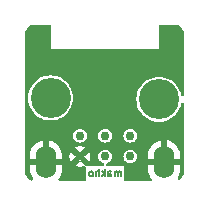
<source format=gbl>
G04 #@! TF.GenerationSoftware,KiCad,Pcbnew,7.0.7*
G04 #@! TF.CreationDate,2023-12-22T11:29:53-08:00*
G04 #@! TF.ProjectId,Micro_AGB_Dongle,4d696372-6f5f-4414-9742-5f446f6e676c,rev?*
G04 #@! TF.SameCoordinates,Original*
G04 #@! TF.FileFunction,Copper,L2,Bot*
G04 #@! TF.FilePolarity,Positive*
%FSLAX46Y46*%
G04 Gerber Fmt 4.6, Leading zero omitted, Abs format (unit mm)*
G04 Created by KiCad (PCBNEW 7.0.7) date 2023-12-22 11:29:53*
%MOMM*%
%LPD*%
G01*
G04 APERTURE LIST*
%ADD10C,0.150000*%
G04 #@! TA.AperFunction,NonConductor*
%ADD11C,0.150000*%
G04 #@! TD*
G04 #@! TA.AperFunction,ComponentPad*
%ADD12C,0.750000*%
G04 #@! TD*
G04 #@! TA.AperFunction,ComponentPad*
%ADD13O,1.750000X2.750000*%
G04 #@! TD*
G04 #@! TA.AperFunction,ViaPad*
%ADD14C,3.400000*%
G04 #@! TD*
G04 APERTURE END LIST*
D10*
D11*
X233614284Y-131569771D02*
X233614284Y-131169771D01*
X233614284Y-131226914D02*
X233585713Y-131198342D01*
X233585713Y-131198342D02*
X233528570Y-131169771D01*
X233528570Y-131169771D02*
X233442856Y-131169771D01*
X233442856Y-131169771D02*
X233385713Y-131198342D01*
X233385713Y-131198342D02*
X233357142Y-131255485D01*
X233357142Y-131255485D02*
X233357142Y-131569771D01*
X233357142Y-131255485D02*
X233328570Y-131198342D01*
X233328570Y-131198342D02*
X233271427Y-131169771D01*
X233271427Y-131169771D02*
X233185713Y-131169771D01*
X233185713Y-131169771D02*
X233128570Y-131198342D01*
X233128570Y-131198342D02*
X233099999Y-131255485D01*
X233099999Y-131255485D02*
X233099999Y-131569771D01*
X232557142Y-131569771D02*
X232557142Y-131255485D01*
X232557142Y-131255485D02*
X232585713Y-131198342D01*
X232585713Y-131198342D02*
X232642856Y-131169771D01*
X232642856Y-131169771D02*
X232757142Y-131169771D01*
X232757142Y-131169771D02*
X232814284Y-131198342D01*
X232557142Y-131541200D02*
X232614284Y-131569771D01*
X232614284Y-131569771D02*
X232757142Y-131569771D01*
X232757142Y-131569771D02*
X232814284Y-131541200D01*
X232814284Y-131541200D02*
X232842856Y-131484057D01*
X232842856Y-131484057D02*
X232842856Y-131426914D01*
X232842856Y-131426914D02*
X232814284Y-131369771D01*
X232814284Y-131369771D02*
X232757142Y-131341200D01*
X232757142Y-131341200D02*
X232614284Y-131341200D01*
X232614284Y-131341200D02*
X232557142Y-131312628D01*
X232271427Y-131569771D02*
X232271427Y-130969771D01*
X232214285Y-131341200D02*
X232042856Y-131569771D01*
X232042856Y-131169771D02*
X232271427Y-131398342D01*
X231785713Y-131569771D02*
X231785713Y-130969771D01*
X231528571Y-131569771D02*
X231528571Y-131255485D01*
X231528571Y-131255485D02*
X231557142Y-131198342D01*
X231557142Y-131198342D02*
X231614285Y-131169771D01*
X231614285Y-131169771D02*
X231699999Y-131169771D01*
X231699999Y-131169771D02*
X231757142Y-131198342D01*
X231757142Y-131198342D02*
X231785713Y-131226914D01*
X231157142Y-131569771D02*
X231214285Y-131541200D01*
X231214285Y-131541200D02*
X231242856Y-131512628D01*
X231242856Y-131512628D02*
X231271428Y-131455485D01*
X231271428Y-131455485D02*
X231271428Y-131284057D01*
X231271428Y-131284057D02*
X231242856Y-131226914D01*
X231242856Y-131226914D02*
X231214285Y-131198342D01*
X231214285Y-131198342D02*
X231157142Y-131169771D01*
X231157142Y-131169771D02*
X231071428Y-131169771D01*
X231071428Y-131169771D02*
X231014285Y-131198342D01*
X231014285Y-131198342D02*
X230985714Y-131226914D01*
X230985714Y-131226914D02*
X230957142Y-131284057D01*
X230957142Y-131284057D02*
X230957142Y-131455485D01*
X230957142Y-131455485D02*
X230985714Y-131512628D01*
X230985714Y-131512628D02*
X231014285Y-131541200D01*
X231014285Y-131541200D02*
X231071428Y-131569771D01*
X231071428Y-131569771D02*
X231157142Y-131569771D01*
D12*
X234425000Y-128150000D03*
X234425000Y-129900000D03*
X232300000Y-128150000D03*
X232300000Y-129900000D03*
X230175000Y-128150000D03*
D13*
X227300000Y-130400000D03*
D12*
X230175000Y-129900000D03*
D13*
X237300000Y-130400000D03*
D14*
X236860000Y-125060000D03*
X227680000Y-124940000D03*
G04 #@! TA.AperFunction,Conductor*
G36*
X227666621Y-118745502D02*
G01*
X227713114Y-118799158D01*
X227724500Y-118851500D01*
X227724500Y-120719867D01*
X227722398Y-120730435D01*
X227722399Y-120750000D01*
X227724500Y-120755073D01*
X227730482Y-120769517D01*
X227750000Y-120777601D01*
X227769575Y-120777601D01*
X227780137Y-120775500D01*
X236769863Y-120775500D01*
X236780425Y-120777601D01*
X236800000Y-120777601D01*
X236819517Y-120769517D01*
X236825500Y-120755072D01*
X236826851Y-120751810D01*
X236831926Y-120739561D01*
X236825519Y-120719097D01*
X236825499Y-120716848D01*
X236825500Y-118851500D01*
X236845502Y-118783379D01*
X236899158Y-118736886D01*
X236951500Y-118725500D01*
X238191715Y-118725500D01*
X238196906Y-118725500D01*
X238203085Y-118725804D01*
X238246587Y-118730088D01*
X238338747Y-118739165D01*
X238362966Y-118743982D01*
X238484520Y-118780854D01*
X238507323Y-118790300D01*
X238619349Y-118850179D01*
X238639880Y-118863899D01*
X238738060Y-118944473D01*
X238755526Y-118961939D01*
X238836100Y-119060119D01*
X238849821Y-119080652D01*
X238909696Y-119192671D01*
X238919147Y-119215486D01*
X238956016Y-119337030D01*
X238960834Y-119361254D01*
X238974196Y-119496914D01*
X238974500Y-119503094D01*
X238974500Y-124667444D01*
X238954498Y-124735565D01*
X238900842Y-124782058D01*
X238830568Y-124792162D01*
X238765988Y-124762668D01*
X238727604Y-124702942D01*
X238725379Y-124694227D01*
X238688175Y-124523199D01*
X238593172Y-124268487D01*
X238462887Y-124029887D01*
X238299971Y-123812258D01*
X238107742Y-123620029D01*
X238107739Y-123620027D01*
X238107736Y-123620024D01*
X237890116Y-123457115D01*
X237890114Y-123457114D01*
X237890113Y-123457113D01*
X237651513Y-123326828D01*
X237651512Y-123326827D01*
X237396801Y-123231825D01*
X237131156Y-123174038D01*
X236860000Y-123154645D01*
X236588843Y-123174038D01*
X236323198Y-123231825D01*
X236068487Y-123326827D01*
X235829883Y-123457115D01*
X235612263Y-123620024D01*
X235612254Y-123620032D01*
X235420032Y-123812254D01*
X235420024Y-123812263D01*
X235257115Y-124029883D01*
X235126827Y-124268487D01*
X235031825Y-124523198D01*
X234974038Y-124788843D01*
X234954645Y-125059999D01*
X234974038Y-125331156D01*
X235031825Y-125596801D01*
X235126827Y-125851512D01*
X235257115Y-126090116D01*
X235420024Y-126307736D01*
X235420027Y-126307739D01*
X235420029Y-126307742D01*
X235612258Y-126499971D01*
X235612261Y-126499973D01*
X235612263Y-126499975D01*
X235825226Y-126659398D01*
X235829887Y-126662887D01*
X236068487Y-126793172D01*
X236323199Y-126888175D01*
X236588840Y-126945961D01*
X236860000Y-126965355D01*
X237131160Y-126945961D01*
X237396801Y-126888175D01*
X237651513Y-126793172D01*
X237890113Y-126662887D01*
X238107742Y-126499971D01*
X238299971Y-126307742D01*
X238462887Y-126090113D01*
X238593172Y-125851513D01*
X238688175Y-125596801D01*
X238725380Y-125425770D01*
X238759404Y-125363460D01*
X238821716Y-125329435D01*
X238892532Y-125334499D01*
X238949368Y-125377046D01*
X238974179Y-125443566D01*
X238974500Y-125452555D01*
X238974500Y-131196905D01*
X238974196Y-131203085D01*
X238960834Y-131338745D01*
X238956016Y-131362969D01*
X238919147Y-131484513D01*
X238909694Y-131507335D01*
X238849823Y-131619344D01*
X238836100Y-131639880D01*
X238755526Y-131738060D01*
X238738061Y-131755526D01*
X238639916Y-131836072D01*
X238574569Y-131863826D01*
X238504590Y-131851844D01*
X238452199Y-131803932D01*
X238434027Y-131735300D01*
X238449982Y-131677223D01*
X238564785Y-131471717D01*
X238643211Y-131249752D01*
X238683000Y-131017708D01*
X238683000Y-130654000D01*
X237926000Y-130654000D01*
X237857879Y-130633998D01*
X237811386Y-130580342D01*
X237800000Y-130528000D01*
X237800000Y-130272000D01*
X237820002Y-130203879D01*
X237873658Y-130157386D01*
X237926000Y-130146000D01*
X238683000Y-130146000D01*
X238683000Y-129841254D01*
X238668034Y-129665426D01*
X238668033Y-129665420D01*
X238608716Y-129437608D01*
X238608714Y-129437603D01*
X238511744Y-129223080D01*
X238511743Y-129223078D01*
X238379914Y-129028032D01*
X238379908Y-129028024D01*
X238217020Y-128858069D01*
X238217014Y-128858065D01*
X238027739Y-128718078D01*
X237817521Y-128612088D01*
X237817518Y-128612087D01*
X237592423Y-128543153D01*
X237554000Y-128538231D01*
X237554000Y-129285156D01*
X237533998Y-129353277D01*
X237480342Y-129399770D01*
X237410068Y-129409874D01*
X237392504Y-129406053D01*
X237388360Y-129404836D01*
X237371889Y-129400000D01*
X237228111Y-129400000D01*
X237207494Y-129406053D01*
X237136498Y-129406051D01*
X237076772Y-129367666D01*
X237047281Y-129303085D01*
X237045999Y-129285156D01*
X237045999Y-128539987D01*
X236893557Y-128572842D01*
X236675117Y-128660619D01*
X236474645Y-128784055D01*
X236297925Y-128939588D01*
X236150030Y-129122754D01*
X236035214Y-129328282D01*
X235956788Y-129550247D01*
X235917000Y-129782291D01*
X235917000Y-130146000D01*
X236674000Y-130146000D01*
X236742121Y-130166002D01*
X236788614Y-130219658D01*
X236800000Y-130272000D01*
X236800000Y-130528000D01*
X236779998Y-130596121D01*
X236726342Y-130642614D01*
X236674000Y-130654000D01*
X235917000Y-130654000D01*
X235917000Y-130958746D01*
X235931965Y-131134573D01*
X235931966Y-131134579D01*
X235991283Y-131362391D01*
X235991285Y-131362396D01*
X236088255Y-131576919D01*
X236088256Y-131576921D01*
X236223083Y-131776403D01*
X236221381Y-131777553D01*
X236245201Y-131834933D01*
X236232650Y-131904812D01*
X236184313Y-131956811D01*
X236119934Y-131974500D01*
X234017877Y-131974500D01*
X233949756Y-131954498D01*
X233903263Y-131900842D01*
X233891877Y-131848500D01*
X233891877Y-130690671D01*
X232528449Y-130690671D01*
X232460328Y-130670669D01*
X232413835Y-130617013D01*
X232403731Y-130546739D01*
X232433225Y-130482159D01*
X232480229Y-130448263D01*
X232590233Y-130402698D01*
X232710451Y-130310451D01*
X232802698Y-130190233D01*
X232860687Y-130050236D01*
X232880466Y-129900000D01*
X233844533Y-129900000D01*
X233864312Y-130050234D01*
X233922301Y-130190231D01*
X233922306Y-130190239D01*
X234014548Y-130310451D01*
X234134760Y-130402693D01*
X234134767Y-130402698D01*
X234274764Y-130460687D01*
X234425000Y-130480466D01*
X234575236Y-130460687D01*
X234715233Y-130402698D01*
X234835451Y-130310451D01*
X234927698Y-130190233D01*
X234985687Y-130050236D01*
X235005466Y-129900000D01*
X234985687Y-129749764D01*
X234927698Y-129609767D01*
X234925345Y-129606700D01*
X234835451Y-129489548D01*
X234715239Y-129397306D01*
X234715231Y-129397301D01*
X234575234Y-129339312D01*
X234425000Y-129319534D01*
X234274765Y-129339312D01*
X234134768Y-129397301D01*
X234134760Y-129397306D01*
X234014548Y-129489548D01*
X233922306Y-129609760D01*
X233922301Y-129609768D01*
X233864312Y-129749765D01*
X233844533Y-129899999D01*
X233844533Y-129900000D01*
X232880466Y-129900000D01*
X232860687Y-129749764D01*
X232802698Y-129609767D01*
X232800345Y-129606700D01*
X232710451Y-129489548D01*
X232590239Y-129397306D01*
X232590231Y-129397301D01*
X232450234Y-129339312D01*
X232300000Y-129319534D01*
X232149765Y-129339312D01*
X232009768Y-129397301D01*
X232009760Y-129397306D01*
X231889548Y-129489548D01*
X231797306Y-129609760D01*
X231797301Y-129609768D01*
X231739312Y-129749765D01*
X231719533Y-129899999D01*
X231719533Y-129900000D01*
X231739312Y-130050234D01*
X231797301Y-130190231D01*
X231797306Y-130190239D01*
X231889548Y-130310451D01*
X232009760Y-130402693D01*
X232009767Y-130402698D01*
X232119770Y-130448263D01*
X232175050Y-130492811D01*
X232197471Y-130560174D01*
X232179913Y-130628965D01*
X232127951Y-130677343D01*
X232071551Y-130690671D01*
X230658651Y-130690671D01*
X230590530Y-130670669D01*
X230569556Y-130653766D01*
X230248472Y-130332682D01*
X230214446Y-130270370D01*
X230219511Y-130199555D01*
X230262058Y-130142719D01*
X230267566Y-130138821D01*
X230272543Y-130135495D01*
X230272545Y-130135495D01*
X230355240Y-130080240D01*
X230410495Y-129997545D01*
X230410495Y-129997543D01*
X230413821Y-129992566D01*
X230468298Y-129947038D01*
X230538741Y-129938189D01*
X230602785Y-129968830D01*
X230607682Y-129973472D01*
X230952880Y-130318670D01*
X230952881Y-130318669D01*
X230986101Y-130261132D01*
X230986106Y-130261123D01*
X231043462Y-130084597D01*
X231062863Y-129899999D01*
X231043462Y-129715402D01*
X230986106Y-129538878D01*
X230986103Y-129538871D01*
X230952881Y-129481329D01*
X230607682Y-129826528D01*
X230545370Y-129860553D01*
X230474554Y-129855488D01*
X230417719Y-129812941D01*
X230413822Y-129807434D01*
X230355240Y-129719759D01*
X230267565Y-129661177D01*
X230222037Y-129606700D01*
X230213189Y-129536257D01*
X230243831Y-129472213D01*
X230248472Y-129467317D01*
X230595247Y-129120541D01*
X230595246Y-129120540D01*
X230449367Y-129055591D01*
X230267807Y-129017000D01*
X230082193Y-129017000D01*
X229900632Y-129055591D01*
X229754752Y-129120540D01*
X229754751Y-129120541D01*
X230101527Y-129467317D01*
X230135553Y-129529629D01*
X230130488Y-129600444D01*
X230087941Y-129657280D01*
X230082434Y-129661177D01*
X229994759Y-129719759D01*
X229936177Y-129807434D01*
X229881700Y-129852962D01*
X229811256Y-129861809D01*
X229747212Y-129831168D01*
X229742317Y-129826527D01*
X229397118Y-129481328D01*
X229363895Y-129538873D01*
X229363893Y-129538878D01*
X229306537Y-129715402D01*
X229287136Y-129899999D01*
X229306537Y-130084597D01*
X229363893Y-130261121D01*
X229363895Y-130261126D01*
X229397118Y-130318670D01*
X229742317Y-129973472D01*
X229804629Y-129939446D01*
X229875444Y-129944511D01*
X229932280Y-129987058D01*
X229936177Y-129992565D01*
X229974712Y-130050236D01*
X229994760Y-130080240D01*
X230077455Y-130135495D01*
X230077457Y-130135495D01*
X230082433Y-130138820D01*
X230127961Y-130193297D01*
X230136810Y-130263740D01*
X230106169Y-130327784D01*
X230101528Y-130332681D01*
X229754751Y-130679457D01*
X229900634Y-130744408D01*
X230082193Y-130783000D01*
X230267807Y-130783000D01*
X230449367Y-130744408D01*
X230500102Y-130721819D01*
X230570468Y-130712384D01*
X230634766Y-130742489D01*
X230672580Y-130802578D01*
X230677352Y-130836925D01*
X230677352Y-131848500D01*
X230657350Y-131916621D01*
X230603694Y-131963114D01*
X230551352Y-131974500D01*
X228473638Y-131974500D01*
X228405517Y-131954498D01*
X228359024Y-131900842D01*
X228348920Y-131830568D01*
X228375606Y-131769344D01*
X228449967Y-131677249D01*
X228564785Y-131471717D01*
X228643211Y-131249752D01*
X228683000Y-131017708D01*
X228683000Y-130654000D01*
X227926000Y-130654000D01*
X227857879Y-130633998D01*
X227811386Y-130580342D01*
X227800000Y-130528000D01*
X227800000Y-130272000D01*
X227820002Y-130203879D01*
X227873658Y-130157386D01*
X227926000Y-130146000D01*
X228683000Y-130146000D01*
X228683000Y-129841254D01*
X228668034Y-129665426D01*
X228668033Y-129665420D01*
X228608716Y-129437608D01*
X228608714Y-129437603D01*
X228511744Y-129223080D01*
X228511743Y-129223078D01*
X228379914Y-129028032D01*
X228379908Y-129028024D01*
X228217020Y-128858069D01*
X228217014Y-128858065D01*
X228027739Y-128718078D01*
X227817521Y-128612088D01*
X227817518Y-128612087D01*
X227592423Y-128543153D01*
X227554000Y-128538231D01*
X227554000Y-129285156D01*
X227533998Y-129353277D01*
X227480342Y-129399770D01*
X227410068Y-129409874D01*
X227392504Y-129406053D01*
X227388360Y-129404836D01*
X227371889Y-129400000D01*
X227228111Y-129400000D01*
X227211639Y-129404836D01*
X227207500Y-129406052D01*
X227207496Y-129406053D01*
X227136500Y-129406052D01*
X227076774Y-129367667D01*
X227047282Y-129303086D01*
X227046000Y-129285156D01*
X227046000Y-128539987D01*
X226893556Y-128572842D01*
X226675117Y-128660619D01*
X226474645Y-128784055D01*
X226297925Y-128939588D01*
X226150030Y-129122754D01*
X226035214Y-129328282D01*
X225956788Y-129550247D01*
X225917000Y-129782291D01*
X225917000Y-130146000D01*
X226674000Y-130146000D01*
X226742121Y-130166002D01*
X226788614Y-130219658D01*
X226800000Y-130272000D01*
X226800000Y-130528000D01*
X226779998Y-130596121D01*
X226726342Y-130642614D01*
X226674000Y-130654000D01*
X225917000Y-130654000D01*
X225917000Y-130958746D01*
X225931965Y-131134573D01*
X225931966Y-131134579D01*
X225991283Y-131362391D01*
X225991285Y-131362396D01*
X226088255Y-131576919D01*
X226088256Y-131576921D01*
X226199127Y-131740959D01*
X226220701Y-131808598D01*
X226202282Y-131877164D01*
X226149717Y-131924887D01*
X226079696Y-131936615D01*
X226058162Y-131932091D01*
X226015488Y-131919147D01*
X225992671Y-131909696D01*
X225880652Y-131849821D01*
X225860119Y-131836100D01*
X225761939Y-131755526D01*
X225744473Y-131738060D01*
X225663899Y-131639880D01*
X225650179Y-131619349D01*
X225590300Y-131507323D01*
X225580854Y-131484520D01*
X225543982Y-131362966D01*
X225539165Y-131338744D01*
X225525804Y-131203084D01*
X225525500Y-131196905D01*
X225525500Y-128150000D01*
X229594533Y-128150000D01*
X229614312Y-128300234D01*
X229672301Y-128440231D01*
X229672306Y-128440239D01*
X229764548Y-128560451D01*
X229831843Y-128612088D01*
X229884767Y-128652698D01*
X230024764Y-128710687D01*
X230175000Y-128730466D01*
X230325236Y-128710687D01*
X230465233Y-128652698D01*
X230585451Y-128560451D01*
X230677698Y-128440233D01*
X230735687Y-128300236D01*
X230755466Y-128150000D01*
X231719533Y-128150000D01*
X231739312Y-128300234D01*
X231797301Y-128440231D01*
X231797306Y-128440239D01*
X231889548Y-128560451D01*
X231956843Y-128612088D01*
X232009767Y-128652698D01*
X232149764Y-128710687D01*
X232300000Y-128730466D01*
X232450236Y-128710687D01*
X232590233Y-128652698D01*
X232710451Y-128560451D01*
X232802698Y-128440233D01*
X232860687Y-128300236D01*
X232880466Y-128150000D01*
X233844533Y-128150000D01*
X233864312Y-128300234D01*
X233922301Y-128440231D01*
X233922306Y-128440239D01*
X234014548Y-128560451D01*
X234081843Y-128612088D01*
X234134767Y-128652698D01*
X234274764Y-128710687D01*
X234425000Y-128730466D01*
X234575236Y-128710687D01*
X234715233Y-128652698D01*
X234835451Y-128560451D01*
X234927698Y-128440233D01*
X234985687Y-128300236D01*
X235005466Y-128150000D01*
X234985687Y-127999764D01*
X234927698Y-127859767D01*
X234927693Y-127859760D01*
X234835451Y-127739548D01*
X234715239Y-127647306D01*
X234715231Y-127647301D01*
X234575234Y-127589312D01*
X234425000Y-127569534D01*
X234274765Y-127589312D01*
X234134768Y-127647301D01*
X234134760Y-127647306D01*
X234014548Y-127739548D01*
X233922306Y-127859760D01*
X233922301Y-127859768D01*
X233864312Y-127999765D01*
X233844533Y-128149999D01*
X233844533Y-128150000D01*
X232880466Y-128150000D01*
X232860687Y-127999764D01*
X232802698Y-127859767D01*
X232802693Y-127859760D01*
X232710451Y-127739548D01*
X232590239Y-127647306D01*
X232590231Y-127647301D01*
X232450234Y-127589312D01*
X232300000Y-127569534D01*
X232149765Y-127589312D01*
X232009768Y-127647301D01*
X232009760Y-127647306D01*
X231889548Y-127739548D01*
X231797306Y-127859760D01*
X231797301Y-127859768D01*
X231739312Y-127999765D01*
X231719533Y-128149999D01*
X231719533Y-128150000D01*
X230755466Y-128150000D01*
X230735687Y-127999764D01*
X230677698Y-127859767D01*
X230677693Y-127859760D01*
X230585451Y-127739548D01*
X230465239Y-127647306D01*
X230465231Y-127647301D01*
X230325234Y-127589312D01*
X230175000Y-127569534D01*
X230024765Y-127589312D01*
X229884768Y-127647301D01*
X229884760Y-127647306D01*
X229764548Y-127739548D01*
X229672306Y-127859760D01*
X229672301Y-127859768D01*
X229614312Y-127999765D01*
X229594533Y-128149999D01*
X229594533Y-128150000D01*
X225525500Y-128150000D01*
X225525500Y-124984417D01*
X225538355Y-124940635D01*
X225536557Y-124937342D01*
X225764955Y-124937342D01*
X225772396Y-124948919D01*
X225777179Y-124975428D01*
X225794038Y-125211156D01*
X225851825Y-125476801D01*
X225946827Y-125731512D01*
X226077115Y-125970116D01*
X226240024Y-126187736D01*
X226240027Y-126187739D01*
X226240029Y-126187742D01*
X226432258Y-126379971D01*
X226649887Y-126542887D01*
X226888487Y-126673172D01*
X227143199Y-126768175D01*
X227408840Y-126825961D01*
X227680000Y-126845355D01*
X227951160Y-126825961D01*
X228216801Y-126768175D01*
X228471513Y-126673172D01*
X228710113Y-126542887D01*
X228927742Y-126379971D01*
X229119971Y-126187742D01*
X229282887Y-125970113D01*
X229413172Y-125731513D01*
X229508175Y-125476801D01*
X229565961Y-125211160D01*
X229585355Y-124940000D01*
X229565961Y-124668840D01*
X229508175Y-124403199D01*
X229413172Y-124148487D01*
X229282887Y-123909887D01*
X229209806Y-123812263D01*
X229119975Y-123692263D01*
X229119967Y-123692254D01*
X228927745Y-123500032D01*
X228927736Y-123500024D01*
X228710116Y-123337115D01*
X228710114Y-123337114D01*
X228710113Y-123337113D01*
X228471513Y-123206828D01*
X228471512Y-123206827D01*
X228216801Y-123111825D01*
X227951156Y-123054038D01*
X227680000Y-123034645D01*
X227408843Y-123054038D01*
X227143198Y-123111825D01*
X226888487Y-123206827D01*
X226649883Y-123337115D01*
X226432263Y-123500024D01*
X226432254Y-123500032D01*
X226240032Y-123692254D01*
X226240024Y-123692263D01*
X226077115Y-123909883D01*
X225946827Y-124148487D01*
X225851825Y-124403198D01*
X225794038Y-124668843D01*
X225777179Y-124904571D01*
X225764955Y-124937342D01*
X225536557Y-124937342D01*
X225528379Y-124922365D01*
X225525500Y-124895582D01*
X225525500Y-119503093D01*
X225525804Y-119496914D01*
X225539165Y-119361255D01*
X225539166Y-119361254D01*
X225539165Y-119361250D01*
X225543981Y-119337035D01*
X225580856Y-119215476D01*
X225590298Y-119192679D01*
X225650182Y-119080645D01*
X225663899Y-119060119D01*
X225677615Y-119043405D01*
X225744474Y-118961937D01*
X225761939Y-118944473D01*
X225860119Y-118863899D01*
X225880645Y-118850182D01*
X225992679Y-118790298D01*
X226015476Y-118780856D01*
X226137035Y-118743981D01*
X226161250Y-118739165D01*
X226261019Y-118729339D01*
X226296915Y-118725804D01*
X226303094Y-118725500D01*
X226308285Y-118725500D01*
X227598500Y-118725500D01*
X227666621Y-118745502D01*
G37*
G04 #@! TD.AperFunction*
M02*

</source>
